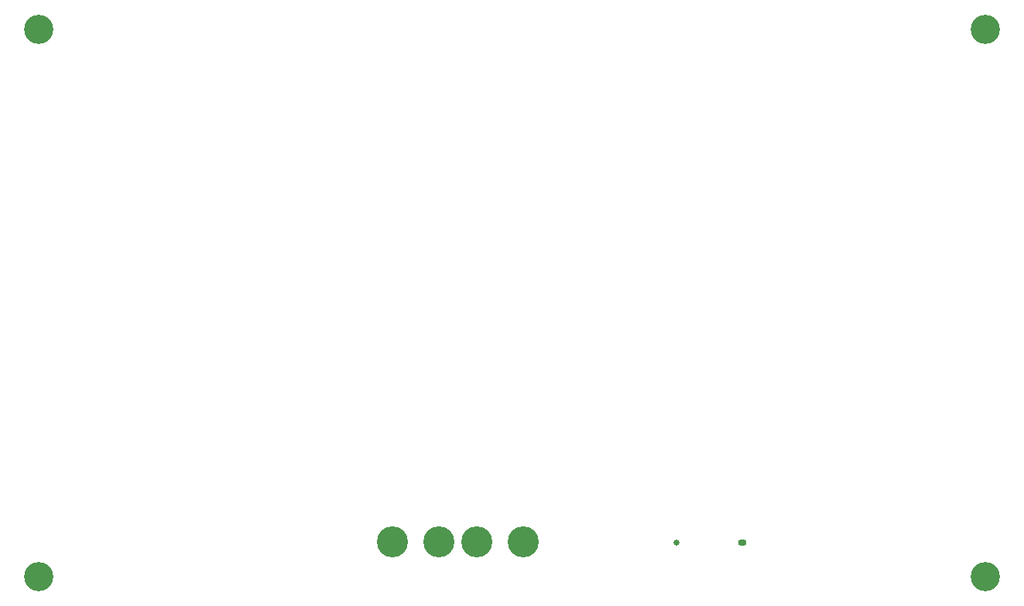
<source format=gbr>
%TF.GenerationSoftware,Altium Limited,Altium Designer,24.7.2 (38)*%
G04 Layer_Color=0*
%FSLAX45Y45*%
%MOMM*%
%TF.SameCoordinates,33B871D1-E8D8-480E-9A2D-2420748CAAD8*%
%TF.FilePolarity,Positive*%
%TF.FileFunction,NonPlated,1,4,NPTH,Drill*%
%TF.Part,Single*%
G01*
G75*
%TA.AperFunction,ComponentDrill*%
%ADD165O,0.95000X0.65000*%
%ADD166C,0.65000*%
%ADD167C,3.20000*%
%ADD168C,3.40000*%
D165*
X8046000Y730000D02*
D03*
D166*
X7326000D02*
D03*
D167*
X10700000Y6350000D02*
D03*
Y350000D02*
D03*
X350000D02*
D03*
Y6350000D02*
D03*
D168*
X5142000Y731000D02*
D03*
X5650000D02*
D03*
X4216000Y734500D02*
D03*
X4724000D02*
D03*
%TF.MD5,a8fd0d56939122b146d601a52e4b23e6*%
M02*

</source>
